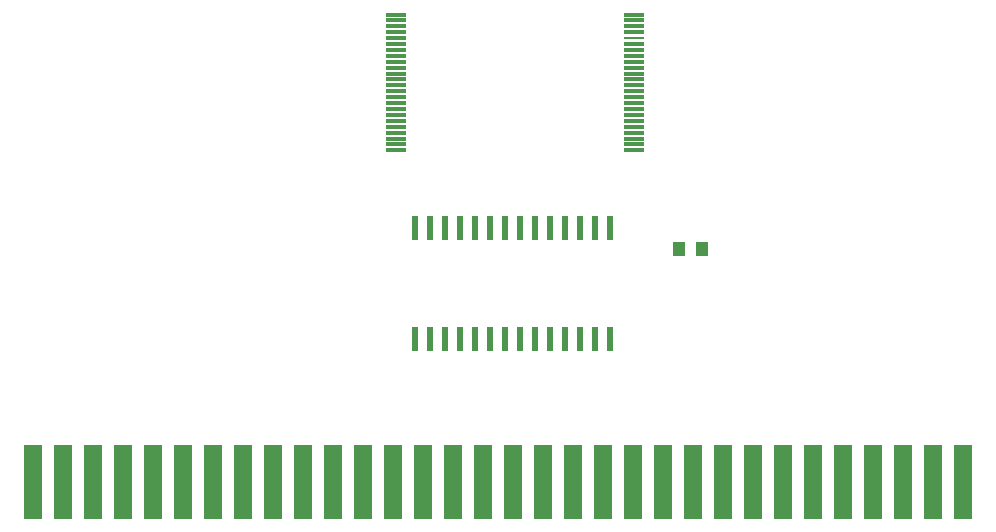
<source format=gbp>
G04 #@! TF.FileFunction,Paste,Bot*
%FSLAX46Y46*%
G04 Gerber Fmt 4.6, Leading zero omitted, Abs format (unit mm)*
G04 Created by KiCad (PCBNEW (after 2015-may-25 BZR unknown)-product) date 17/09/2017 09:43:34*
%MOMM*%
G01*
G04 APERTURE LIST*
%ADD10C,0.100000*%
%ADD11R,1.000000X1.250000*%
%ADD12R,0.600000X2.000000*%
%ADD13R,1.800860X0.299720*%
%ADD14R,1.800860X0.200660*%
%ADD15R,1.600200X6.299200*%
G04 APERTURE END LIST*
D10*
D11*
X223100000Y-144230000D03*
X225100000Y-144230000D03*
D12*
X217305000Y-151830000D03*
X216035000Y-151830000D03*
X214765000Y-151830000D03*
X213495000Y-151830000D03*
X212225000Y-151830000D03*
X210955000Y-151830000D03*
X209685000Y-151830000D03*
X208415000Y-151830000D03*
X207145000Y-151830000D03*
X205875000Y-151830000D03*
X204605000Y-151830000D03*
X203335000Y-151830000D03*
X202065000Y-151830000D03*
X200795000Y-151830000D03*
X200795000Y-142430000D03*
X202065000Y-142430000D03*
X203335000Y-142430000D03*
X204605000Y-142430000D03*
X205875000Y-142430000D03*
X207145000Y-142430000D03*
X208415000Y-142430000D03*
X209685000Y-142430000D03*
X210955000Y-142430000D03*
X212225000Y-142430000D03*
X213495000Y-142430000D03*
X214765000Y-142430000D03*
X216035000Y-142430000D03*
X217305000Y-142430000D03*
D13*
X219341700Y-124390380D03*
X219336620Y-124890760D03*
X219336620Y-125391140D03*
X219336620Y-125888980D03*
D14*
X219336620Y-126389360D03*
D13*
X219336620Y-126889740D03*
X219336620Y-127390120D03*
X219336620Y-127890500D03*
X219336620Y-128390880D03*
X219336620Y-128891260D03*
X219336620Y-129389100D03*
X219336620Y-129889480D03*
X219336620Y-130389860D03*
X219336620Y-130890240D03*
X219336620Y-131390620D03*
X219336620Y-131891000D03*
X219336620Y-132388840D03*
X219336620Y-132889220D03*
X219336620Y-133389600D03*
X219336620Y-133889980D03*
X219336620Y-134390360D03*
X219336620Y-134890740D03*
X219336620Y-135391120D03*
X219336620Y-135888960D03*
X199138540Y-135888960D03*
X199138540Y-135391120D03*
X199138540Y-134890740D03*
X199138540Y-134390360D03*
X199138540Y-133889980D03*
X199138540Y-133389600D03*
X199138540Y-132889220D03*
X199138540Y-132388840D03*
X199138540Y-131891000D03*
X199138540Y-131390620D03*
X199138540Y-130890240D03*
X199138540Y-130389860D03*
X199138540Y-129889480D03*
X199138540Y-129389100D03*
X199138540Y-128891260D03*
X199138540Y-128390880D03*
X199138540Y-127890500D03*
X199138540Y-127390120D03*
X199138540Y-126889740D03*
X199138540Y-126389360D03*
X199138540Y-125888980D03*
X199138540Y-125391140D03*
X199138540Y-124890760D03*
X199138540Y-124390380D03*
D15*
X168443180Y-163981420D03*
X170983180Y-163981420D03*
X173523180Y-163981420D03*
X176063180Y-163981420D03*
X178603180Y-163981420D03*
X181143180Y-163981420D03*
X183683180Y-163981420D03*
X186223180Y-163981420D03*
X188763180Y-163981420D03*
X191303180Y-163981420D03*
X193843180Y-163981420D03*
X196383180Y-163981420D03*
X198923180Y-163981420D03*
X201463180Y-163981420D03*
X204003180Y-163981420D03*
X206543180Y-163981420D03*
X209083180Y-163981420D03*
X211623180Y-163981420D03*
X214163180Y-163981420D03*
X216703180Y-163981420D03*
X219243180Y-163981420D03*
X221783180Y-163981420D03*
X224323180Y-163981420D03*
X226863180Y-163981420D03*
X229403180Y-163981420D03*
X231943180Y-163981420D03*
X234483180Y-163981420D03*
X237023180Y-163981420D03*
X239563180Y-163981420D03*
X242103180Y-163981420D03*
X244643180Y-163981420D03*
X247183180Y-163981420D03*
M02*

</source>
